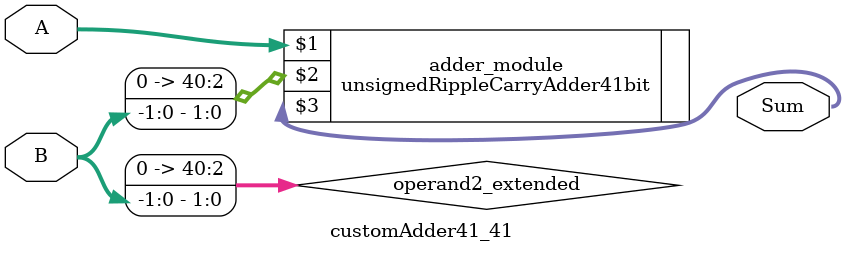
<source format=v>
module customAdder41_41(
                        input [40 : 0] A,
                        input [-1 : 0] B,
                        
                        output [41 : 0] Sum
                );

        wire [40 : 0] operand2_extended;
        
        assign operand2_extended =  {41'b0, B};
        
        unsignedRippleCarryAdder41bit adder_module(
            A,
            operand2_extended,
            Sum
        );
        
        endmodule
        
</source>
